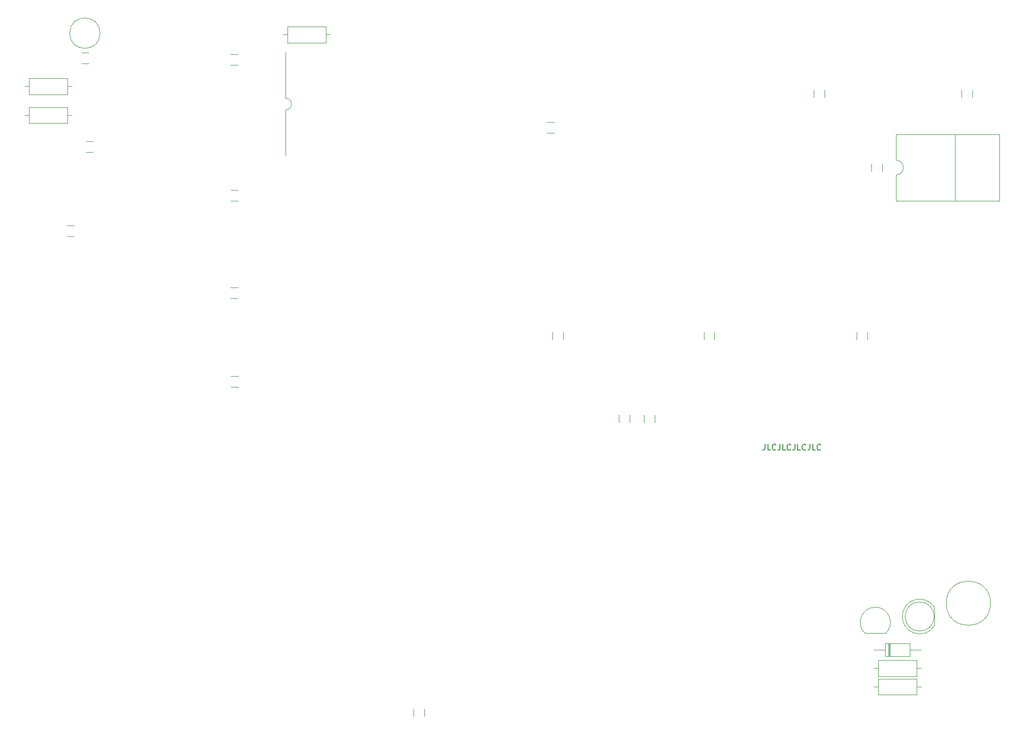
<source format=gto>
G04 #@! TF.GenerationSoftware,KiCad,Pcbnew,(6.0.10)*
G04 #@! TF.CreationDate,2023-01-07T06:17:04-07:00*
G04 #@! TF.ProjectId,FennecVTI,46656e6e-6563-4565-9449-2e6b69636164,rev?*
G04 #@! TF.SameCoordinates,Original*
G04 #@! TF.FileFunction,Legend,Top*
G04 #@! TF.FilePolarity,Positive*
%FSLAX46Y46*%
G04 Gerber Fmt 4.6, Leading zero omitted, Abs format (unit mm)*
G04 Created by KiCad (PCBNEW (6.0.10)) date 2023-01-07 06:17:04*
%MOMM*%
%LPD*%
G01*
G04 APERTURE LIST*
%ADD10C,0.150000*%
%ADD11C,0.120000*%
%ADD12C,1.600000*%
%ADD13R,1.600000X1.600000*%
%ADD14O,1.700000X1.700000*%
%ADD15R,1.700000X1.700000*%
%ADD16C,1.778000*%
%ADD17R,1.778000X1.778000*%
%ADD18C,4.000000*%
%ADD19O,1.050000X1.500000*%
%ADD20R,1.050000X1.500000*%
%ADD21O,1.270000X2.540000*%
%ADD22R,1.270000X2.540000*%
%ADD23O,1.270000X2.500000*%
%ADD24R,1.270000X2.500000*%
%ADD25O,1.600000X1.600000*%
%ADD26O,1.600000X2.400000*%
%ADD27R,1.600000X2.400000*%
%ADD28O,2.500000X1.270000*%
%ADD29R,2.500000X1.270000*%
%ADD30C,1.800000*%
%ADD31R,1.800000X1.800000*%
%ADD32O,3.556000X2.032000*%
%ADD33O,2.286000X3.556000*%
G04 APERTURE END LIST*
D10*
X170005952Y-103465380D02*
X170005952Y-104179666D01*
X169958333Y-104322523D01*
X169863095Y-104417761D01*
X169720238Y-104465380D01*
X169625000Y-104465380D01*
X170958333Y-104465380D02*
X170482142Y-104465380D01*
X170482142Y-103465380D01*
X171863095Y-104370142D02*
X171815476Y-104417761D01*
X171672619Y-104465380D01*
X171577380Y-104465380D01*
X171434523Y-104417761D01*
X171339285Y-104322523D01*
X171291666Y-104227285D01*
X171244047Y-104036809D01*
X171244047Y-103893952D01*
X171291666Y-103703476D01*
X171339285Y-103608238D01*
X171434523Y-103513000D01*
X171577380Y-103465380D01*
X171672619Y-103465380D01*
X171815476Y-103513000D01*
X171863095Y-103560619D01*
X172577380Y-103465380D02*
X172577380Y-104179666D01*
X172529761Y-104322523D01*
X172434523Y-104417761D01*
X172291666Y-104465380D01*
X172196428Y-104465380D01*
X173529761Y-104465380D02*
X173053571Y-104465380D01*
X173053571Y-103465380D01*
X174434523Y-104370142D02*
X174386904Y-104417761D01*
X174244047Y-104465380D01*
X174148809Y-104465380D01*
X174005952Y-104417761D01*
X173910714Y-104322523D01*
X173863095Y-104227285D01*
X173815476Y-104036809D01*
X173815476Y-103893952D01*
X173863095Y-103703476D01*
X173910714Y-103608238D01*
X174005952Y-103513000D01*
X174148809Y-103465380D01*
X174244047Y-103465380D01*
X174386904Y-103513000D01*
X174434523Y-103560619D01*
X175148809Y-103465380D02*
X175148809Y-104179666D01*
X175101190Y-104322523D01*
X175005952Y-104417761D01*
X174863095Y-104465380D01*
X174767857Y-104465380D01*
X176101190Y-104465380D02*
X175625000Y-104465380D01*
X175625000Y-103465380D01*
X177005952Y-104370142D02*
X176958333Y-104417761D01*
X176815476Y-104465380D01*
X176720238Y-104465380D01*
X176577380Y-104417761D01*
X176482142Y-104322523D01*
X176434523Y-104227285D01*
X176386904Y-104036809D01*
X176386904Y-103893952D01*
X176434523Y-103703476D01*
X176482142Y-103608238D01*
X176577380Y-103513000D01*
X176720238Y-103465380D01*
X176815476Y-103465380D01*
X176958333Y-103513000D01*
X177005952Y-103560619D01*
X177720238Y-103465380D02*
X177720238Y-104179666D01*
X177672619Y-104322523D01*
X177577380Y-104417761D01*
X177434523Y-104465380D01*
X177339285Y-104465380D01*
X178672619Y-104465380D02*
X178196428Y-104465380D01*
X178196428Y-103465380D01*
X179577380Y-104370142D02*
X179529761Y-104417761D01*
X179386904Y-104465380D01*
X179291666Y-104465380D01*
X179148809Y-104417761D01*
X179053571Y-104322523D01*
X179005952Y-104227285D01*
X178958333Y-104036809D01*
X178958333Y-103893952D01*
X179005952Y-103703476D01*
X179053571Y-103608238D01*
X179148809Y-103513000D01*
X179291666Y-103465380D01*
X179386904Y-103465380D01*
X179529761Y-103513000D01*
X179577380Y-103560619D01*
D11*
X208788000Y-130808349D02*
G75*
G03*
X208788000Y-130808349I-3810000J0D01*
G01*
X55661113Y-32766000D02*
G75*
G03*
X55661113Y-32766000I-2620000J0D01*
G01*
X188976000Y-131490999D02*
G75*
G03*
X187137522Y-135929478I0J-2600001D01*
G01*
X190814478Y-135929478D02*
G75*
G03*
X188976000Y-131491000I-1838478J1838478D01*
G01*
X187176000Y-135941000D02*
X190776000Y-135941000D01*
X187610000Y-84227000D02*
X187610000Y-85485000D01*
X185770000Y-84227000D02*
X185770000Y-85485000D01*
X192532000Y-57150000D02*
G75*
G03*
X192532000Y-54610000I0J1270000D01*
G01*
X192532000Y-61595000D02*
X200152000Y-61595000D01*
X210312000Y-50165000D02*
X200152000Y-50165000D01*
X202692000Y-50165000D02*
X202692000Y-61595000D01*
X210312000Y-61595000D02*
X210312000Y-50165000D01*
X200152000Y-61595000D02*
X210312000Y-61595000D01*
X192532000Y-54610000D02*
X192532000Y-50165000D01*
X200152000Y-50165000D02*
X192532000Y-50165000D01*
X192532000Y-57150000D02*
X192532000Y-61595000D01*
X189516000Y-143356000D02*
X196056000Y-143356000D01*
X196056000Y-143356000D02*
X196056000Y-140616000D01*
X189516000Y-140616000D02*
X189516000Y-143356000D01*
X196826000Y-141986000D02*
X196056000Y-141986000D01*
X196056000Y-140616000D02*
X189516000Y-140616000D01*
X188746000Y-141986000D02*
X189516000Y-141986000D01*
X43466000Y-40540000D02*
X43466000Y-43280000D01*
X42696000Y-41910000D02*
X43466000Y-41910000D01*
X43466000Y-43280000D02*
X50006000Y-43280000D01*
X50006000Y-40540000D02*
X43466000Y-40540000D01*
X50006000Y-43280000D02*
X50006000Y-40540000D01*
X50776000Y-41910000D02*
X50006000Y-41910000D01*
X87146000Y-33020000D02*
X87916000Y-33020000D01*
X95226000Y-33020000D02*
X94456000Y-33020000D01*
X87916000Y-31650000D02*
X87916000Y-34390000D01*
X94456000Y-34390000D02*
X94456000Y-31650000D01*
X87916000Y-34390000D02*
X94456000Y-34390000D01*
X94456000Y-31650000D02*
X87916000Y-31650000D01*
X87565000Y-45958000D02*
G75*
G03*
X87565000Y-43958000I0J1000000D01*
G01*
X87565000Y-36068000D02*
X87565000Y-43958000D01*
X87565000Y-45958000D02*
X87565000Y-53848000D01*
X79369000Y-61626000D02*
X78111000Y-61626000D01*
X79369000Y-59786000D02*
X78111000Y-59786000D01*
X53715000Y-38004000D02*
X52457000Y-38004000D01*
X53715000Y-36164000D02*
X52457000Y-36164000D01*
X199101000Y-133096000D02*
G75*
G03*
X199101000Y-133096000I-2500000J0D01*
G01*
X199161000Y-131551170D02*
G75*
G03*
X193611000Y-133096462I-2560000J-1544830D01*
G01*
X193611000Y-133095538D02*
G75*
G03*
X199161000Y-134640830I2990000J-462D01*
G01*
X199161000Y-134641000D02*
X199161000Y-131551000D01*
X109570000Y-148977000D02*
X109570000Y-150235000D01*
X111410000Y-148977000D02*
X111410000Y-150235000D01*
X79349000Y-78390000D02*
X78091000Y-78390000D01*
X79349000Y-76550000D02*
X78091000Y-76550000D01*
X203804000Y-42535000D02*
X203804000Y-43793000D01*
X205644000Y-42535000D02*
X205644000Y-43793000D01*
X133446000Y-84187000D02*
X133446000Y-85445000D01*
X135286000Y-84187000D02*
X135286000Y-85445000D01*
X188746000Y-138811000D02*
X190666000Y-138811000D01*
X191386000Y-137691000D02*
X191386000Y-139931000D01*
X194906000Y-137691000D02*
X190666000Y-137691000D01*
X190666000Y-137691000D02*
X190666000Y-139931000D01*
X194906000Y-139931000D02*
X194906000Y-137691000D01*
X196826000Y-138811000D02*
X194906000Y-138811000D01*
X190666000Y-139931000D02*
X194906000Y-139931000D01*
X191506000Y-137691000D02*
X191506000Y-139931000D01*
X191266000Y-137691000D02*
X191266000Y-139931000D01*
X159481000Y-84187000D02*
X159481000Y-85445000D01*
X161321000Y-84187000D02*
X161321000Y-85445000D01*
X146716000Y-99689000D02*
X146716000Y-98431000D01*
X144876000Y-99689000D02*
X144876000Y-98431000D01*
X189516000Y-146531000D02*
X196056000Y-146531000D01*
X188746000Y-145161000D02*
X189516000Y-145161000D01*
X196056000Y-143791000D02*
X189516000Y-143791000D01*
X196826000Y-145161000D02*
X196056000Y-145161000D01*
X196056000Y-146531000D02*
X196056000Y-143791000D01*
X189516000Y-143791000D02*
X189516000Y-146531000D01*
X79389000Y-91790000D02*
X78131000Y-91790000D01*
X79389000Y-93630000D02*
X78131000Y-93630000D01*
X190150000Y-55251000D02*
X190150000Y-56509000D01*
X188310000Y-55251000D02*
X188310000Y-56509000D01*
X51175000Y-65882000D02*
X49917000Y-65882000D01*
X51175000Y-67722000D02*
X49917000Y-67722000D01*
X43466000Y-45493000D02*
X43466000Y-48233000D01*
X50006000Y-48233000D02*
X50006000Y-45493000D01*
X42696000Y-46863000D02*
X43466000Y-46863000D01*
X50006000Y-45493000D02*
X43466000Y-45493000D01*
X50776000Y-46863000D02*
X50006000Y-46863000D01*
X43466000Y-48233000D02*
X50006000Y-48233000D01*
X133745000Y-49942000D02*
X132487000Y-49942000D01*
X133745000Y-48102000D02*
X132487000Y-48102000D01*
X180244000Y-42551000D02*
X180244000Y-43809000D01*
X178404000Y-42551000D02*
X178404000Y-43809000D01*
X79349000Y-36418000D02*
X78091000Y-36418000D01*
X79349000Y-38258000D02*
X78091000Y-38258000D01*
X151034000Y-99729000D02*
X151034000Y-98471000D01*
X149194000Y-99729000D02*
X149194000Y-98471000D01*
X54477000Y-51404000D02*
X53219000Y-51404000D01*
X54477000Y-53244000D02*
X53219000Y-53244000D01*
%LPC*%
D12*
X204978000Y-132403349D03*
D13*
X204978000Y-128903349D03*
D12*
X52041113Y-32766000D03*
D13*
X54041113Y-32766000D03*
D14*
X102108000Y-33020000D03*
D15*
X99568000Y-33020000D03*
X71740000Y-83693000D03*
D14*
X69200000Y-83693000D03*
X66660000Y-83693000D03*
X58669000Y-147828000D03*
D15*
X56129000Y-147828000D03*
D14*
X64008000Y-147828000D03*
D15*
X66548000Y-147828000D03*
D14*
X105791000Y-147828000D03*
X103251000Y-147828000D03*
X100711000Y-147828000D03*
X98171000Y-147828000D03*
X95631000Y-147828000D03*
X93091000Y-147828000D03*
X90551000Y-147828000D03*
X88011000Y-147828000D03*
X85471000Y-147828000D03*
X82931000Y-147828000D03*
X80391000Y-147828000D03*
X77851000Y-147828000D03*
X75311000Y-147828000D03*
D15*
X72771000Y-147828000D03*
X134620000Y-147833004D03*
D14*
X134620000Y-145293004D03*
X137160000Y-147833004D03*
X137160000Y-145293004D03*
X139700000Y-147833004D03*
X139700000Y-145293004D03*
X142240000Y-147833004D03*
X142240000Y-145293004D03*
X144780000Y-147833004D03*
X144780000Y-145293004D03*
X147320000Y-147833004D03*
X147320000Y-145293004D03*
X149860000Y-147833004D03*
X149860000Y-145293004D03*
X152400000Y-147833004D03*
X152400000Y-145293004D03*
X154940000Y-147833004D03*
X154940000Y-145293004D03*
X157480000Y-147833004D03*
X157480000Y-145293004D03*
X160020000Y-147833004D03*
X160020000Y-145293004D03*
X162560000Y-147833004D03*
X162560000Y-145293004D03*
X165100000Y-147833004D03*
X165100000Y-145293004D03*
X167640000Y-147833004D03*
X167640000Y-145293004D03*
X170180000Y-147833004D03*
X170180000Y-145293004D03*
X172720000Y-147833004D03*
X172720000Y-145293004D03*
X175260000Y-147833004D03*
X175260000Y-145293004D03*
X177800000Y-147833004D03*
X177800000Y-145293004D03*
X180340000Y-147833004D03*
X180340000Y-145293004D03*
X182880000Y-147833004D03*
X182880000Y-145293004D03*
D15*
X166370000Y-137414000D03*
D14*
X166370000Y-134874000D03*
X168910000Y-137414000D03*
X168910000Y-134874000D03*
X171450000Y-137414000D03*
X171450000Y-134874000D03*
X173990000Y-137414000D03*
X173990000Y-134874000D03*
X176530000Y-137414000D03*
X176530000Y-134874000D03*
X179070000Y-137414000D03*
X179070000Y-134874000D03*
D16*
X250190000Y-60452000D03*
X250190000Y-57912000D03*
X250190000Y-55372000D03*
X250190000Y-52832000D03*
X250190000Y-50292000D03*
X250190000Y-50292000D03*
X247650000Y-60452000D03*
X247650000Y-57912000D03*
X247650000Y-55372000D03*
X247650000Y-52832000D03*
D17*
X247650000Y-50292000D03*
D16*
X232410000Y-35052000D03*
X232410000Y-32512000D03*
X232410000Y-29972000D03*
X229870000Y-35052000D03*
X229870000Y-32512000D03*
X229870000Y-29972000D03*
D12*
X45230331Y-80945000D03*
X45230331Y-83715000D03*
X45230331Y-86485000D03*
X45230331Y-89255000D03*
X48070331Y-79560000D03*
X48070331Y-82330000D03*
X48070331Y-85100000D03*
X48070331Y-87870000D03*
D13*
X48070331Y-90640000D03*
D18*
X46650331Y-97600000D03*
X46650331Y-72600000D03*
D19*
X190246000Y-134091000D03*
X188976000Y-134091000D03*
D20*
X187706000Y-134091000D03*
D16*
X245110000Y-123952000D03*
X245110000Y-121412000D03*
X245110000Y-118872000D03*
X245110000Y-116332000D03*
X245110000Y-113792000D03*
X242570000Y-123952000D03*
X242570000Y-121412000D03*
X242570000Y-118872000D03*
X242570000Y-116332000D03*
X242570000Y-113792000D03*
X240030000Y-123952000D03*
X240030000Y-121412000D03*
X240030000Y-118872000D03*
X240030000Y-116332000D03*
X240030000Y-113792000D03*
X237490000Y-123952000D03*
X237490000Y-121412000D03*
X237490000Y-118872000D03*
X237490000Y-116332000D03*
X237490000Y-113792000D03*
X237490000Y-113792000D03*
X234950000Y-123952000D03*
X234950000Y-121412000D03*
X234950000Y-118872000D03*
X234950000Y-116332000D03*
D17*
X234950000Y-113792000D03*
D16*
X250190000Y-111252000D03*
X250190000Y-108712000D03*
X250190000Y-106172000D03*
X250190000Y-103632000D03*
X250190000Y-101092000D03*
X250190000Y-101092000D03*
X247650000Y-111252000D03*
X247650000Y-108712000D03*
X247650000Y-106172000D03*
X247650000Y-103632000D03*
D17*
X247650000Y-101092000D03*
D16*
X219710000Y-123952000D03*
X219710000Y-121412000D03*
X219710000Y-118872000D03*
X219710000Y-116332000D03*
X219710000Y-113792000D03*
X217170000Y-123952000D03*
X217170000Y-121412000D03*
X217170000Y-118872000D03*
X217170000Y-116332000D03*
X217170000Y-113792000D03*
X214630000Y-123952000D03*
X214630000Y-121412000D03*
X214630000Y-118872000D03*
X214630000Y-116332000D03*
X214630000Y-113792000D03*
X212090000Y-123952000D03*
X212090000Y-121412000D03*
X212090000Y-118872000D03*
X212090000Y-116332000D03*
D12*
X186690000Y-86106000D03*
X186690000Y-83606000D03*
D16*
X232410000Y-47752000D03*
X232410000Y-45212000D03*
X232410000Y-42672000D03*
X232410000Y-40132000D03*
X232410000Y-37592000D03*
X229870000Y-47752000D03*
X229870000Y-45212000D03*
X229870000Y-42672000D03*
X229870000Y-40132000D03*
X229870000Y-37592000D03*
X232410000Y-73152000D03*
X232410000Y-70612000D03*
X232410000Y-68072000D03*
X232410000Y-65532000D03*
X232410000Y-62992000D03*
X229870000Y-73152000D03*
X229870000Y-70612000D03*
X229870000Y-68072000D03*
X229870000Y-65532000D03*
X229870000Y-62992000D03*
X227330000Y-73152000D03*
X227330000Y-70612000D03*
X227330000Y-68072000D03*
X227330000Y-65532000D03*
X227330000Y-62992000D03*
X224790000Y-73152000D03*
X224790000Y-70612000D03*
X224790000Y-68072000D03*
X224790000Y-65532000D03*
X224790000Y-62992000D03*
X222250000Y-73152000D03*
X222250000Y-70612000D03*
X222250000Y-68072000D03*
X222250000Y-65532000D03*
D17*
X222250000Y-62992000D03*
D21*
X83820000Y-58978000D03*
X86360000Y-58978000D03*
X88900000Y-58978000D03*
X91440000Y-58978000D03*
X93980000Y-58978000D03*
X96520000Y-58978000D03*
X99060000Y-58978000D03*
X101600000Y-58978000D03*
X104140000Y-58978000D03*
X106680000Y-58978000D03*
X106680000Y-66498000D03*
X104140000Y-66498000D03*
X101600000Y-66498000D03*
X99060000Y-66498000D03*
X96520000Y-66498000D03*
X93980000Y-66498000D03*
X91440000Y-66498000D03*
X88900000Y-66498000D03*
X86360000Y-66498000D03*
D22*
X83820000Y-66498000D03*
D23*
X193802000Y-52120000D03*
X209042000Y-52120000D03*
X209042000Y-59640000D03*
D24*
X193802000Y-59640000D03*
D23*
X201422000Y-59640000D03*
X201422000Y-52120000D03*
D16*
X245110000Y-98552000D03*
X245110000Y-96012000D03*
X245110000Y-93472000D03*
X245110000Y-90932000D03*
X245110000Y-88392000D03*
X242570000Y-98552000D03*
X242570000Y-96012000D03*
X242570000Y-93472000D03*
X242570000Y-90932000D03*
X242570000Y-88392000D03*
X240030000Y-98552000D03*
X240030000Y-96012000D03*
X240030000Y-93472000D03*
X240030000Y-90932000D03*
X240030000Y-88392000D03*
X237490000Y-98552000D03*
X237490000Y-96012000D03*
X237490000Y-93472000D03*
X237490000Y-90932000D03*
X237490000Y-88392000D03*
X237490000Y-88392000D03*
X234950000Y-98552000D03*
X234950000Y-96012000D03*
X234950000Y-93472000D03*
X234950000Y-90932000D03*
D17*
X234950000Y-88392000D03*
D21*
X83820000Y-77316000D03*
X86360000Y-77316000D03*
X88900000Y-77316000D03*
X91440000Y-77316000D03*
X93980000Y-77316000D03*
X96520000Y-77316000D03*
X99060000Y-77316000D03*
X101600000Y-77316000D03*
X104140000Y-77316000D03*
X106680000Y-77316000D03*
X106680000Y-84836000D03*
X104140000Y-84836000D03*
X101600000Y-84836000D03*
X99060000Y-84836000D03*
X96520000Y-84836000D03*
X93980000Y-84836000D03*
X91440000Y-84836000D03*
X88900000Y-84836000D03*
X86360000Y-84836000D03*
D22*
X83820000Y-84836000D03*
D23*
X201676000Y-115550000D03*
X199136000Y-115550000D03*
X196596000Y-115550000D03*
X194056000Y-115550000D03*
X191516000Y-115550000D03*
X188976000Y-115550000D03*
X186436000Y-115550000D03*
X183896000Y-115550000D03*
X181356000Y-115550000D03*
X178816000Y-115550000D03*
X176276000Y-115550000D03*
X173736000Y-115550000D03*
X171196000Y-115550000D03*
X168656000Y-115550000D03*
X166116000Y-115550000D03*
X163576000Y-115550000D03*
X161036000Y-115550000D03*
X158496000Y-115550000D03*
X155956000Y-115550000D03*
X153416000Y-115550000D03*
X153416000Y-100350000D03*
X155956000Y-100350000D03*
X158496000Y-100350000D03*
X161036000Y-100350000D03*
X163576000Y-100350000D03*
X166116000Y-100350000D03*
X168656000Y-100350000D03*
X171196000Y-100350000D03*
X173736000Y-100350000D03*
X176276000Y-100350000D03*
X178816000Y-100350000D03*
X181356000Y-100350000D03*
X183896000Y-100350000D03*
X186436000Y-100350000D03*
X188976000Y-100350000D03*
X191516000Y-100350000D03*
X194056000Y-100350000D03*
X196596000Y-100350000D03*
X199136000Y-100350000D03*
D24*
X201676000Y-100350000D03*
D25*
X197866000Y-141986000D03*
D12*
X187706000Y-141986000D03*
D25*
X41656000Y-41910000D03*
D12*
X51816000Y-41910000D03*
D16*
X232410000Y-98552000D03*
X232410000Y-96012000D03*
X232410000Y-93472000D03*
X232410000Y-90932000D03*
X232410000Y-88392000D03*
X229870000Y-98552000D03*
X229870000Y-96012000D03*
X229870000Y-93472000D03*
X229870000Y-90932000D03*
X229870000Y-88392000D03*
X227330000Y-98552000D03*
X227330000Y-96012000D03*
X227330000Y-93472000D03*
X227330000Y-90932000D03*
X227330000Y-88392000D03*
X224790000Y-98552000D03*
X224790000Y-96012000D03*
X224790000Y-93472000D03*
X224790000Y-90932000D03*
X224790000Y-88392000D03*
X222250000Y-98552000D03*
X222250000Y-96012000D03*
X222250000Y-93472000D03*
X222250000Y-90932000D03*
D17*
X222250000Y-88392000D03*
D25*
X86106000Y-33020000D03*
D12*
X96266000Y-33020000D03*
D26*
X88895000Y-37338000D03*
X91435000Y-37338000D03*
X93975000Y-37338000D03*
X96515000Y-37338000D03*
X99055000Y-37338000D03*
X101595000Y-37338000D03*
X104135000Y-37338000D03*
X106675000Y-37338000D03*
X109215000Y-37338000D03*
X111755000Y-37338000D03*
X114295000Y-37338000D03*
X116835000Y-37338000D03*
X116835000Y-52578000D03*
X114295000Y-52578000D03*
X111755000Y-52578000D03*
X109215000Y-52578000D03*
X106675000Y-52578000D03*
X104135000Y-52578000D03*
X101595000Y-52578000D03*
X99055000Y-52578000D03*
X96515000Y-52578000D03*
X93975000Y-52578000D03*
X91435000Y-52578000D03*
D27*
X88895000Y-52578000D03*
D12*
X77490000Y-60706000D03*
X79990000Y-60706000D03*
X51836000Y-37084000D03*
X54336000Y-37084000D03*
D16*
X245110000Y-111252000D03*
X245110000Y-108712000D03*
X245110000Y-106172000D03*
X245110000Y-103632000D03*
X245110000Y-101092000D03*
X242570000Y-111252000D03*
X242570000Y-108712000D03*
X242570000Y-106172000D03*
X242570000Y-103632000D03*
X242570000Y-101092000D03*
X240030000Y-111252000D03*
X240030000Y-108712000D03*
X240030000Y-106172000D03*
X240030000Y-103632000D03*
X240030000Y-101092000D03*
X237490000Y-111252000D03*
X237490000Y-108712000D03*
X237490000Y-106172000D03*
X237490000Y-103632000D03*
X237490000Y-101092000D03*
X237490000Y-101092000D03*
X234950000Y-111252000D03*
X234950000Y-108712000D03*
X234950000Y-106172000D03*
X234950000Y-103632000D03*
D17*
X234950000Y-101092000D03*
D28*
X142190000Y-100330000D03*
X142190000Y-102870000D03*
X142190000Y-105410000D03*
X142190000Y-107950000D03*
X142190000Y-110490000D03*
X142190000Y-113030000D03*
X142190000Y-115570000D03*
X134670000Y-115570000D03*
X134670000Y-113030000D03*
X134670000Y-110490000D03*
X134670000Y-107950000D03*
X134670000Y-105410000D03*
X134670000Y-102870000D03*
D29*
X134670000Y-100330000D03*
D16*
X250190000Y-73152000D03*
X250190000Y-70612000D03*
X250190000Y-68072000D03*
X250190000Y-65532000D03*
X250190000Y-62992000D03*
X250190000Y-62992000D03*
X247650000Y-73152000D03*
X247650000Y-70612000D03*
X247650000Y-68072000D03*
X247650000Y-65532000D03*
D17*
X247650000Y-62992000D03*
D21*
X190881000Y-81026000D03*
X193421000Y-81026000D03*
X195961000Y-81026000D03*
X198501000Y-81026000D03*
X201041000Y-81026000D03*
X203581000Y-81026000D03*
X206121000Y-81026000D03*
X208661000Y-81026000D03*
X208661000Y-88546000D03*
X206121000Y-88546000D03*
X203581000Y-88546000D03*
X201041000Y-88546000D03*
X198501000Y-88546000D03*
X195961000Y-88546000D03*
X193421000Y-88546000D03*
D22*
X190881000Y-88546000D03*
D16*
X250190000Y-85852000D03*
X250190000Y-83312000D03*
X250190000Y-80772000D03*
X250190000Y-78232000D03*
X250190000Y-75692000D03*
X250190000Y-75692000D03*
X247650000Y-85852000D03*
X247650000Y-83312000D03*
X247650000Y-80772000D03*
X247650000Y-78232000D03*
D17*
X247650000Y-75692000D03*
D30*
X195331000Y-133096000D03*
D31*
X197871000Y-133096000D03*
D12*
X110490000Y-150856000D03*
X110490000Y-148356000D03*
X45420000Y-121695000D03*
X45420000Y-124465000D03*
X45420000Y-127235000D03*
X45420000Y-130005000D03*
X45420000Y-132775000D03*
X45420000Y-135545000D03*
X45420000Y-138315000D03*
X48260000Y-120310000D03*
X48260000Y-123080000D03*
X48260000Y-125850000D03*
X48260000Y-128620000D03*
X48260000Y-131390000D03*
X48260000Y-134160000D03*
X48260000Y-136930000D03*
D13*
X48260000Y-139700000D03*
D18*
X46840000Y-146655000D03*
X46840000Y-113355000D03*
D12*
X77470000Y-77470000D03*
X79970000Y-77470000D03*
D23*
X57658000Y-38454000D03*
X60198000Y-38454000D03*
X62738000Y-38454000D03*
X65278000Y-38454000D03*
X67818000Y-38454000D03*
X70358000Y-38454000D03*
X72898000Y-38454000D03*
X72898000Y-45974000D03*
X70358000Y-45974000D03*
X67818000Y-45974000D03*
X65278000Y-45974000D03*
X62738000Y-45974000D03*
X60198000Y-45974000D03*
D24*
X57658000Y-45974000D03*
D16*
X219710000Y-111252000D03*
X219710000Y-108712000D03*
X217170000Y-111252000D03*
X245110000Y-131572000D03*
X245110000Y-129032000D03*
X245110000Y-126492000D03*
X242570000Y-131572000D03*
X242570000Y-129032000D03*
X242570000Y-126492000D03*
X240030000Y-131572000D03*
X240030000Y-129032000D03*
X240030000Y-126492000D03*
X237490000Y-131572000D03*
X237490000Y-129032000D03*
X237490000Y-126492000D03*
X237490000Y-126492000D03*
X234950000Y-131572000D03*
X234950000Y-129032000D03*
D17*
X234950000Y-126492000D03*
D12*
X204724000Y-44414000D03*
X204724000Y-41914000D03*
X134366000Y-86066000D03*
X134366000Y-83566000D03*
D23*
X57658000Y-125262000D03*
X60198000Y-125262000D03*
X62738000Y-125262000D03*
X65278000Y-125262000D03*
X67818000Y-125262000D03*
X70358000Y-125262000D03*
X72898000Y-125262000D03*
X75438000Y-125262000D03*
X77978000Y-125262000D03*
X80518000Y-125262000D03*
X83058000Y-125262000D03*
X85598000Y-125262000D03*
X88138000Y-125262000D03*
X90678000Y-125262000D03*
X93218000Y-125262000D03*
X95758000Y-125262000D03*
X98298000Y-125262000D03*
X100838000Y-125262000D03*
X103378000Y-125262000D03*
X105918000Y-125262000D03*
X105918000Y-140462000D03*
X103378000Y-140462000D03*
X100838000Y-140462000D03*
X98298000Y-140462000D03*
X95758000Y-140462000D03*
X93218000Y-140462000D03*
X90678000Y-140462000D03*
X88138000Y-140462000D03*
X85598000Y-140462000D03*
X83058000Y-140462000D03*
X80518000Y-140462000D03*
X77978000Y-140462000D03*
X75438000Y-140462000D03*
X72898000Y-140462000D03*
X70358000Y-140462000D03*
X67818000Y-140462000D03*
X65278000Y-140462000D03*
X62738000Y-140462000D03*
X60198000Y-140462000D03*
D24*
X57658000Y-140462000D03*
D25*
X197866000Y-138811000D03*
D13*
X187706000Y-138811000D03*
D12*
X160401000Y-86066000D03*
X160401000Y-83566000D03*
D21*
X138811000Y-81076000D03*
X141351000Y-81076000D03*
X143891000Y-81076000D03*
X146431000Y-81076000D03*
X148971000Y-81076000D03*
X151511000Y-81076000D03*
X154051000Y-81076000D03*
X156591000Y-81076000D03*
X156591000Y-88596000D03*
X154051000Y-88596000D03*
X151511000Y-88596000D03*
X148971000Y-88596000D03*
X146431000Y-88596000D03*
X143891000Y-88596000D03*
X141351000Y-88596000D03*
D22*
X138811000Y-88596000D03*
D12*
X145796000Y-97810000D03*
X145796000Y-100310000D03*
D25*
X197866000Y-145161000D03*
D12*
X187706000Y-145161000D03*
D26*
X138811000Y-49022000D03*
X141351000Y-49022000D03*
X143891000Y-49022000D03*
X146431000Y-49022000D03*
X148971000Y-49022000D03*
X151511000Y-49022000D03*
X154051000Y-49022000D03*
X156591000Y-49022000D03*
X159131000Y-49022000D03*
X161671000Y-49022000D03*
X164211000Y-49022000D03*
X166751000Y-49022000D03*
X166751000Y-64262000D03*
X164211000Y-64262000D03*
X161671000Y-64262000D03*
X159131000Y-64262000D03*
X156591000Y-64262000D03*
X154051000Y-64262000D03*
X151511000Y-64262000D03*
X148971000Y-64262000D03*
X146431000Y-64262000D03*
X143891000Y-64262000D03*
X141351000Y-64262000D03*
D27*
X138811000Y-64262000D03*
D16*
X232410000Y-131572000D03*
X232410000Y-129032000D03*
X232410000Y-126492000D03*
X229870000Y-131572000D03*
X229870000Y-129032000D03*
X229870000Y-126492000D03*
X227330000Y-131572000D03*
X227330000Y-129032000D03*
X227330000Y-126492000D03*
X224790000Y-131572000D03*
X224790000Y-129032000D03*
X224790000Y-126492000D03*
X224790000Y-126492000D03*
X222250000Y-131572000D03*
X222250000Y-129032000D03*
D17*
X222250000Y-126492000D03*
D21*
X164846000Y-81076000D03*
X167386000Y-81076000D03*
X169926000Y-81076000D03*
X172466000Y-81076000D03*
X175006000Y-81076000D03*
X177546000Y-81076000D03*
X180086000Y-81076000D03*
X182626000Y-81076000D03*
X182626000Y-88596000D03*
X180086000Y-88596000D03*
X177546000Y-88596000D03*
X175006000Y-88596000D03*
X172466000Y-88596000D03*
X169926000Y-88596000D03*
X167386000Y-88596000D03*
D22*
X164846000Y-88596000D03*
D12*
X77510000Y-92710000D03*
X80010000Y-92710000D03*
D16*
X245110000Y-85852000D03*
X245110000Y-83312000D03*
X245110000Y-80772000D03*
X245110000Y-78232000D03*
X245110000Y-75692000D03*
X242570000Y-85852000D03*
X242570000Y-83312000D03*
X242570000Y-80772000D03*
X242570000Y-78232000D03*
X242570000Y-75692000D03*
X240030000Y-85852000D03*
X240030000Y-83312000D03*
X240030000Y-80772000D03*
X240030000Y-78232000D03*
X240030000Y-75692000D03*
X237490000Y-85852000D03*
X237490000Y-83312000D03*
X237490000Y-80772000D03*
X237490000Y-78232000D03*
X237490000Y-75692000D03*
X237490000Y-75692000D03*
X234950000Y-85852000D03*
X234950000Y-83312000D03*
X234950000Y-80772000D03*
X234950000Y-78232000D03*
D17*
X234950000Y-75692000D03*
D12*
X189230000Y-57130000D03*
X189230000Y-54630000D03*
D16*
X245110000Y-60452000D03*
X245110000Y-57912000D03*
X245110000Y-55372000D03*
X245110000Y-52832000D03*
X245110000Y-50292000D03*
X242570000Y-60452000D03*
X242570000Y-57912000D03*
X242570000Y-55372000D03*
X242570000Y-52832000D03*
X242570000Y-50292000D03*
X240030000Y-60452000D03*
X240030000Y-57912000D03*
X240030000Y-55372000D03*
X240030000Y-52832000D03*
X240030000Y-50292000D03*
X237490000Y-60452000D03*
X237490000Y-57912000D03*
X237490000Y-55372000D03*
X237490000Y-52832000D03*
X237490000Y-50292000D03*
X237490000Y-50292000D03*
X234950000Y-60452000D03*
X234950000Y-57912000D03*
X234950000Y-55372000D03*
X234950000Y-52832000D03*
D17*
X234950000Y-50292000D03*
D16*
X219710000Y-131572000D03*
X219710000Y-129032000D03*
X219710000Y-126492000D03*
X217170000Y-131572000D03*
X217170000Y-129032000D03*
X217170000Y-126492000D03*
X214630000Y-131572000D03*
X214630000Y-129032000D03*
X214630000Y-126492000D03*
X212090000Y-131572000D03*
X212090000Y-129032000D03*
X212090000Y-126492000D03*
X212090000Y-126492000D03*
D26*
X83805000Y-37338000D03*
X86345000Y-37338000D03*
X88885000Y-37338000D03*
X91425000Y-37338000D03*
X93965000Y-37338000D03*
X96505000Y-37338000D03*
X99045000Y-37338000D03*
X101585000Y-37338000D03*
X104125000Y-37338000D03*
X106665000Y-37338000D03*
X109205000Y-37338000D03*
X111745000Y-37338000D03*
X114285000Y-37338000D03*
X116825000Y-37338000D03*
X116825000Y-52578000D03*
X114285000Y-52578000D03*
X111745000Y-52578000D03*
X109205000Y-52578000D03*
X106665000Y-52578000D03*
X104125000Y-52578000D03*
X101585000Y-52578000D03*
X99045000Y-52578000D03*
X96505000Y-52578000D03*
X93965000Y-52578000D03*
X91425000Y-52578000D03*
X88885000Y-52578000D03*
X86345000Y-52578000D03*
D27*
X83805000Y-52578000D03*
D12*
X49296000Y-66802000D03*
X51796000Y-66802000D03*
D21*
X55245000Y-71170000D03*
X57785000Y-71170000D03*
X60325000Y-71170000D03*
X62865000Y-71170000D03*
X65405000Y-71170000D03*
X67945000Y-71170000D03*
X70485000Y-71170000D03*
X73025000Y-71170000D03*
X73025000Y-78690000D03*
X70485000Y-78690000D03*
X67945000Y-78690000D03*
X65405000Y-78690000D03*
X62865000Y-78690000D03*
X60325000Y-78690000D03*
X57785000Y-78690000D03*
D22*
X55245000Y-78690000D03*
D25*
X41656000Y-46863000D03*
D12*
X51816000Y-46863000D03*
D16*
X245110000Y-73152000D03*
X245110000Y-70612000D03*
X245110000Y-68072000D03*
X245110000Y-65532000D03*
X245110000Y-62992000D03*
X242570000Y-73152000D03*
X242570000Y-70612000D03*
X242570000Y-68072000D03*
X242570000Y-65532000D03*
X242570000Y-62992000D03*
X240030000Y-73152000D03*
X240030000Y-70612000D03*
X240030000Y-68072000D03*
X240030000Y-65532000D03*
X240030000Y-62992000D03*
X237490000Y-73152000D03*
X237490000Y-70612000D03*
X237490000Y-68072000D03*
X237490000Y-65532000D03*
X237490000Y-62992000D03*
X237490000Y-62992000D03*
X234950000Y-73152000D03*
X234950000Y-70612000D03*
X234950000Y-68072000D03*
X234950000Y-65532000D03*
D17*
X234950000Y-62992000D03*
D23*
X57509500Y-104952000D03*
X60049500Y-104952000D03*
X62589500Y-104952000D03*
X65129500Y-104952000D03*
X67669500Y-104952000D03*
X70209500Y-104952000D03*
X72749500Y-104952000D03*
X72749500Y-112472000D03*
X70209500Y-112472000D03*
X67669500Y-112472000D03*
X65129500Y-112472000D03*
X62589500Y-112472000D03*
X60049500Y-112472000D03*
D24*
X57509500Y-112472000D03*
D16*
X250190000Y-47752000D03*
X250190000Y-45212000D03*
X250190000Y-42672000D03*
X250190000Y-40132000D03*
X250190000Y-37592000D03*
X250190000Y-37592000D03*
X247650000Y-47752000D03*
X247650000Y-45212000D03*
X247650000Y-42672000D03*
X247650000Y-40132000D03*
D17*
X247650000Y-37592000D03*
D16*
X232410000Y-111252000D03*
X232410000Y-108712000D03*
X232410000Y-106172000D03*
X232410000Y-103632000D03*
X232410000Y-101092000D03*
X229870000Y-111252000D03*
X229870000Y-108712000D03*
X229870000Y-106172000D03*
X229870000Y-103632000D03*
X229870000Y-101092000D03*
X227330000Y-111252000D03*
X227330000Y-108712000D03*
X227330000Y-106172000D03*
X227330000Y-103632000D03*
X227330000Y-101092000D03*
X224790000Y-111252000D03*
X224790000Y-108712000D03*
X224790000Y-106172000D03*
X224790000Y-103632000D03*
X222250000Y-111252000D03*
X222250000Y-108712000D03*
X222250000Y-106172000D03*
X245110000Y-35052000D03*
X245110000Y-32512000D03*
X245110000Y-29972000D03*
X242570000Y-35052000D03*
X242570000Y-32512000D03*
X242570000Y-29972000D03*
X240030000Y-35052000D03*
X240030000Y-32512000D03*
X240030000Y-29972000D03*
X237490000Y-35052000D03*
X237490000Y-32512000D03*
X237490000Y-29972000D03*
X234950000Y-35052000D03*
X234950000Y-32512000D03*
X234950000Y-29972000D03*
X250190000Y-123952000D03*
X250190000Y-121412000D03*
X250190000Y-118872000D03*
X250190000Y-116332000D03*
X250190000Y-113792000D03*
X250190000Y-113792000D03*
X247650000Y-123952000D03*
X247650000Y-121412000D03*
X247650000Y-118872000D03*
X247650000Y-116332000D03*
D17*
X247650000Y-113792000D03*
D16*
X250190000Y-131572000D03*
X250190000Y-129032000D03*
X250190000Y-126492000D03*
X250190000Y-126492000D03*
X247650000Y-131572000D03*
X247650000Y-129032000D03*
D17*
X247650000Y-126492000D03*
D32*
X45550000Y-59955000D03*
X45550000Y-52455000D03*
D33*
X41850000Y-56205000D03*
D12*
X131866000Y-49022000D03*
X134366000Y-49022000D03*
X179324000Y-44430000D03*
X179324000Y-41930000D03*
D16*
X250190000Y-98552000D03*
X250190000Y-96012000D03*
X250190000Y-93472000D03*
X250190000Y-90932000D03*
X250190000Y-88392000D03*
X250190000Y-88392000D03*
X247650000Y-98552000D03*
X247650000Y-96012000D03*
X247650000Y-93472000D03*
X247650000Y-90932000D03*
D17*
X247650000Y-88392000D03*
D21*
X183488500Y-39420000D03*
X186028500Y-39420000D03*
X188568500Y-39420000D03*
X191108500Y-39420000D03*
X193648500Y-39420000D03*
X196188500Y-39420000D03*
X198728500Y-39420000D03*
X201268500Y-39420000D03*
X201268500Y-46940000D03*
X198728500Y-46940000D03*
X196188500Y-46940000D03*
X193648500Y-46940000D03*
X191108500Y-46940000D03*
X188568500Y-46940000D03*
X186028500Y-46940000D03*
D22*
X183488500Y-46940000D03*
D16*
X232410000Y-123952000D03*
X232410000Y-121412000D03*
X232410000Y-118872000D03*
X232410000Y-116332000D03*
X232410000Y-113792000D03*
X229870000Y-123952000D03*
X229870000Y-121412000D03*
X229870000Y-118872000D03*
X229870000Y-116332000D03*
X229870000Y-113792000D03*
X227330000Y-123952000D03*
X227330000Y-121412000D03*
X227330000Y-118872000D03*
X227330000Y-116332000D03*
X227330000Y-113792000D03*
X224790000Y-123952000D03*
X224790000Y-121412000D03*
X224790000Y-118872000D03*
X224790000Y-116332000D03*
X224790000Y-113792000D03*
X224790000Y-113792000D03*
X222250000Y-123952000D03*
X222250000Y-121412000D03*
X222250000Y-118872000D03*
X222250000Y-116332000D03*
D17*
X222250000Y-113792000D03*
D16*
X250190000Y-35052000D03*
X250190000Y-32512000D03*
X250190000Y-29972000D03*
X247650000Y-35052000D03*
X247650000Y-32512000D03*
X247650000Y-29972000D03*
X232410000Y-85852000D03*
X232410000Y-83312000D03*
X232410000Y-80772000D03*
X232410000Y-78232000D03*
X232410000Y-75692000D03*
X229870000Y-85852000D03*
X229870000Y-83312000D03*
X229870000Y-80772000D03*
X229870000Y-78232000D03*
X229870000Y-75692000D03*
X227330000Y-85852000D03*
X227330000Y-83312000D03*
X227330000Y-80772000D03*
X227330000Y-78232000D03*
X227330000Y-75692000D03*
X224790000Y-85852000D03*
X224790000Y-83312000D03*
X224790000Y-80772000D03*
X224790000Y-78232000D03*
X224790000Y-75692000D03*
X222250000Y-83312000D03*
X222250000Y-80772000D03*
X222250000Y-78232000D03*
D17*
X222250000Y-75692000D03*
D21*
X55245000Y-55930000D03*
X57785000Y-55930000D03*
X60325000Y-55930000D03*
X62865000Y-55930000D03*
X65405000Y-55930000D03*
X67945000Y-55930000D03*
X70485000Y-55930000D03*
X73025000Y-55930000D03*
X73025000Y-63450000D03*
X70485000Y-63450000D03*
X67945000Y-63450000D03*
X65405000Y-63450000D03*
X62865000Y-63450000D03*
X60325000Y-63450000D03*
X57785000Y-63450000D03*
D22*
X55245000Y-63450000D03*
D12*
X77470000Y-37338000D03*
X79970000Y-37338000D03*
X150114000Y-97850000D03*
X150114000Y-100350000D03*
D16*
X232410000Y-60452000D03*
X232410000Y-57912000D03*
X232410000Y-55372000D03*
X232410000Y-52832000D03*
X232410000Y-50292000D03*
X229870000Y-60452000D03*
X229870000Y-57912000D03*
X229870000Y-55372000D03*
X229870000Y-52832000D03*
X229870000Y-50292000D03*
X227330000Y-60452000D03*
X227330000Y-57912000D03*
X227330000Y-55372000D03*
X227330000Y-52832000D03*
X227330000Y-50292000D03*
X224790000Y-60452000D03*
X222250000Y-60452000D03*
D12*
X52598000Y-52324000D03*
X55098000Y-52324000D03*
D23*
X208512500Y-39297000D03*
X211052500Y-39297000D03*
X213592500Y-39297000D03*
X216132500Y-39297000D03*
X218672500Y-39297000D03*
X221212500Y-39297000D03*
X223752500Y-39297000D03*
X223752500Y-46817000D03*
X221212500Y-46817000D03*
X218672500Y-46817000D03*
X216132500Y-46817000D03*
X213592500Y-46817000D03*
X211052500Y-46817000D03*
D24*
X208512500Y-46817000D03*
D26*
X78486000Y-97287000D03*
X81026000Y-97287000D03*
X83566000Y-97287000D03*
X86106000Y-97287000D03*
X88646000Y-97287000D03*
X91186000Y-97287000D03*
X93726000Y-97287000D03*
X96266000Y-97287000D03*
X98806000Y-97287000D03*
X101346000Y-97287000D03*
X103886000Y-97287000D03*
X106426000Y-97287000D03*
X106426000Y-112527000D03*
X103886000Y-112527000D03*
X101346000Y-112527000D03*
X98806000Y-112527000D03*
X96266000Y-112527000D03*
X93726000Y-112527000D03*
X91186000Y-112527000D03*
X88646000Y-112527000D03*
X86106000Y-112527000D03*
X83566000Y-112527000D03*
X81026000Y-112527000D03*
D27*
X78486000Y-112527000D03*
D16*
X245110000Y-47752000D03*
X245110000Y-45212000D03*
X245110000Y-42672000D03*
X245110000Y-40132000D03*
X245110000Y-37592000D03*
X242570000Y-47752000D03*
X242570000Y-45212000D03*
X242570000Y-42672000D03*
X242570000Y-40132000D03*
X242570000Y-37592000D03*
X240030000Y-47752000D03*
X240030000Y-45212000D03*
X240030000Y-42672000D03*
X240030000Y-40132000D03*
X240030000Y-37592000D03*
X237490000Y-47752000D03*
X237490000Y-45212000D03*
X237490000Y-42672000D03*
X237490000Y-40132000D03*
X237490000Y-37592000D03*
X237490000Y-37592000D03*
X234950000Y-47752000D03*
X234950000Y-45212000D03*
X234950000Y-42672000D03*
X234950000Y-40132000D03*
D17*
X234950000Y-37592000D03*
M02*

</source>
